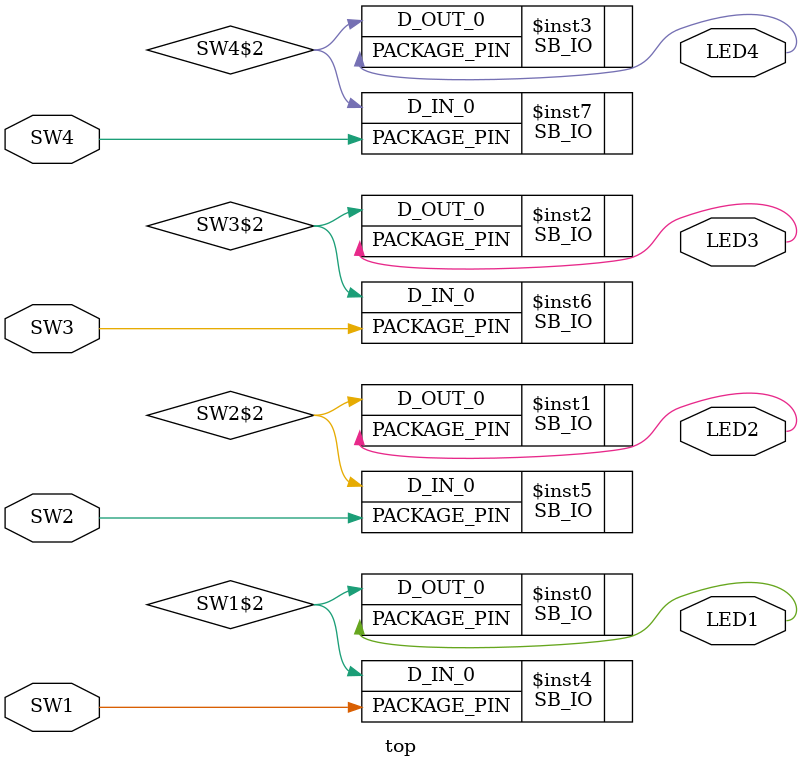
<source format=v>
/* arachne-pnr 0.1+20180513git5d830dd (git sha1 5d830dd, g++ 9.3.0-6ubuntu1 -O2 -fdebug-prefix-map=/build/arachne-pnr-AaC6iz/arachne-pnr-0.1+20180513git5d830dd=. -fstack-protector-strong -O2 -DNDEBUG) */
module top(input SW1, input SW2, input SW3, input SW4, output LED1, output LED2, output LED3, output LED4);
  wire SW1$2;
  wire SW2$2;
  wire SW3$2;
  wire SW4$2;
  SB_IO #(
    .PIN_TYPE(6'b011001)
  ) $inst0 (
    .PACKAGE_PIN(LED1),
    .D_OUT_0(SW1$2)
  );
  SB_IO #(
    .PIN_TYPE(6'b011001)
  ) $inst1 (
    .PACKAGE_PIN(LED2),
    .D_OUT_0(SW2$2)
  );
  SB_IO #(
    .PIN_TYPE(6'b011001)
  ) $inst2 (
    .PACKAGE_PIN(LED3),
    .D_OUT_0(SW3$2)
  );
  SB_IO #(
    .PIN_TYPE(6'b011001)
  ) $inst3 (
    .PACKAGE_PIN(LED4),
    .D_OUT_0(SW4$2)
  );
  SB_IO #(
    .PIN_TYPE(6'b000001)
  ) $inst4 (
    .PACKAGE_PIN(SW1),
    .D_IN_0(SW1$2)
  );
  SB_IO #(
    .PIN_TYPE(6'b000001)
  ) $inst5 (
    .PACKAGE_PIN(SW2),
    .D_IN_0(SW2$2)
  );
  SB_IO #(
    .PIN_TYPE(6'b000001)
  ) $inst6 (
    .PACKAGE_PIN(SW3),
    .D_IN_0(SW3$2)
  );
  SB_IO #(
    .PIN_TYPE(6'b000001)
  ) $inst7 (
    .PACKAGE_PIN(SW4),
    .D_IN_0(SW4$2)
  );
endmodule

</source>
